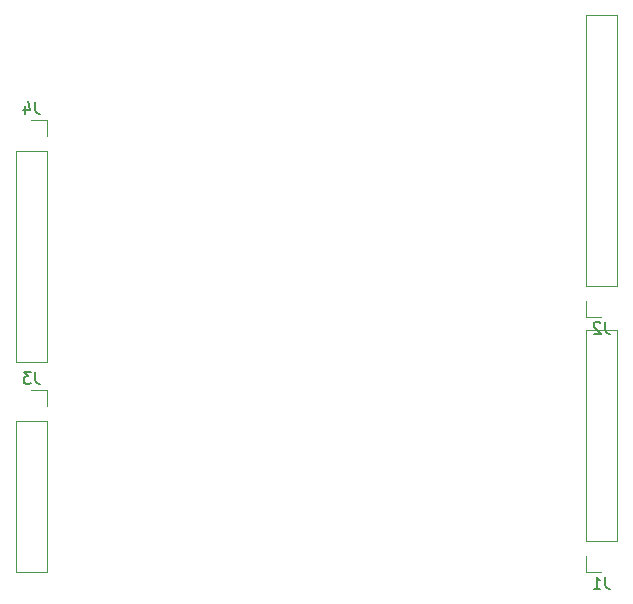
<source format=gbo>
G04 #@! TF.GenerationSoftware,KiCad,Pcbnew,7.0.10*
G04 #@! TF.CreationDate,2024-03-17T21:58:49+02:00*
G04 #@! TF.ProjectId,MasterShield,4d617374-6572-4536-9869-656c642e6b69,rev?*
G04 #@! TF.SameCoordinates,Original*
G04 #@! TF.FileFunction,Legend,Bot*
G04 #@! TF.FilePolarity,Positive*
%FSLAX46Y46*%
G04 Gerber Fmt 4.6, Leading zero omitted, Abs format (unit mm)*
G04 Created by KiCad (PCBNEW 7.0.10) date 2024-03-17 21:58:49*
%MOMM*%
%LPD*%
G01*
G04 APERTURE LIST*
%ADD10C,0.150000*%
%ADD11C,0.120000*%
%ADD12R,2.400000X2.400000*%
%ADD13C,2.400000*%
%ADD14R,1.700000X1.700000*%
%ADD15O,1.700000X1.700000*%
G04 APERTURE END LIST*
D10*
X251793333Y-103384819D02*
X251793333Y-104099104D01*
X251793333Y-104099104D02*
X251840952Y-104241961D01*
X251840952Y-104241961D02*
X251936190Y-104337200D01*
X251936190Y-104337200D02*
X252079047Y-104384819D01*
X252079047Y-104384819D02*
X252174285Y-104384819D01*
X250793333Y-104384819D02*
X251364761Y-104384819D01*
X251079047Y-104384819D02*
X251079047Y-103384819D01*
X251079047Y-103384819D02*
X251174285Y-103527676D01*
X251174285Y-103527676D02*
X251269523Y-103622914D01*
X251269523Y-103622914D02*
X251364761Y-103670533D01*
X251793333Y-81794819D02*
X251793333Y-82509104D01*
X251793333Y-82509104D02*
X251840952Y-82651961D01*
X251840952Y-82651961D02*
X251936190Y-82747200D01*
X251936190Y-82747200D02*
X252079047Y-82794819D01*
X252079047Y-82794819D02*
X252174285Y-82794819D01*
X251364761Y-81890057D02*
X251317142Y-81842438D01*
X251317142Y-81842438D02*
X251221904Y-81794819D01*
X251221904Y-81794819D02*
X250983809Y-81794819D01*
X250983809Y-81794819D02*
X250888571Y-81842438D01*
X250888571Y-81842438D02*
X250840952Y-81890057D01*
X250840952Y-81890057D02*
X250793333Y-81985295D01*
X250793333Y-81985295D02*
X250793333Y-82080533D01*
X250793333Y-82080533D02*
X250840952Y-82223390D01*
X250840952Y-82223390D02*
X251412380Y-82794819D01*
X251412380Y-82794819D02*
X250793333Y-82794819D01*
X203533333Y-86024819D02*
X203533333Y-86739104D01*
X203533333Y-86739104D02*
X203580952Y-86881961D01*
X203580952Y-86881961D02*
X203676190Y-86977200D01*
X203676190Y-86977200D02*
X203819047Y-87024819D01*
X203819047Y-87024819D02*
X203914285Y-87024819D01*
X203152380Y-86024819D02*
X202533333Y-86024819D01*
X202533333Y-86024819D02*
X202866666Y-86405771D01*
X202866666Y-86405771D02*
X202723809Y-86405771D01*
X202723809Y-86405771D02*
X202628571Y-86453390D01*
X202628571Y-86453390D02*
X202580952Y-86501009D01*
X202580952Y-86501009D02*
X202533333Y-86596247D01*
X202533333Y-86596247D02*
X202533333Y-86834342D01*
X202533333Y-86834342D02*
X202580952Y-86929580D01*
X202580952Y-86929580D02*
X202628571Y-86977200D01*
X202628571Y-86977200D02*
X202723809Y-87024819D01*
X202723809Y-87024819D02*
X203009523Y-87024819D01*
X203009523Y-87024819D02*
X203104761Y-86977200D01*
X203104761Y-86977200D02*
X203152380Y-86929580D01*
X203533333Y-63164819D02*
X203533333Y-63879104D01*
X203533333Y-63879104D02*
X203580952Y-64021961D01*
X203580952Y-64021961D02*
X203676190Y-64117200D01*
X203676190Y-64117200D02*
X203819047Y-64164819D01*
X203819047Y-64164819D02*
X203914285Y-64164819D01*
X202628571Y-63498152D02*
X202628571Y-64164819D01*
X202866666Y-63117200D02*
X203104761Y-63831485D01*
X203104761Y-63831485D02*
X202485714Y-63831485D01*
D11*
X250130000Y-82490000D02*
X252790000Y-82490000D01*
X250130000Y-100330000D02*
X250130000Y-82490000D01*
X250130000Y-100330000D02*
X252790000Y-100330000D01*
X250130000Y-101600000D02*
X250130000Y-102930000D01*
X250130000Y-102930000D02*
X251460000Y-102930000D01*
X252790000Y-100330000D02*
X252790000Y-82490000D01*
X250130000Y-55820000D02*
X252790000Y-55820000D01*
X250130000Y-78740000D02*
X250130000Y-55820000D01*
X250130000Y-78740000D02*
X252790000Y-78740000D01*
X250130000Y-80010000D02*
X250130000Y-81340000D01*
X250130000Y-81340000D02*
X251460000Y-81340000D01*
X252790000Y-78740000D02*
X252790000Y-55820000D01*
X204530000Y-102930000D02*
X201870000Y-102930000D01*
X204530000Y-90170000D02*
X204530000Y-102930000D01*
X204530000Y-90170000D02*
X201870000Y-90170000D01*
X204530000Y-88900000D02*
X204530000Y-87570000D01*
X204530000Y-87570000D02*
X203200000Y-87570000D01*
X201870000Y-90170000D02*
X201870000Y-102930000D01*
X204530000Y-85150000D02*
X201870000Y-85150000D01*
X204530000Y-67310000D02*
X204530000Y-85150000D01*
X204530000Y-67310000D02*
X201870000Y-67310000D01*
X204530000Y-66040000D02*
X204530000Y-64710000D01*
X204530000Y-64710000D02*
X203200000Y-64710000D01*
X201870000Y-67310000D02*
X201870000Y-85150000D01*
%LPC*%
D12*
X245308000Y-59182000D03*
D13*
X241808000Y-59182000D03*
X238308000Y-59182000D03*
X234808000Y-59182000D03*
D12*
X219090000Y-59182000D03*
D13*
X215590000Y-59182000D03*
X212090000Y-59182000D03*
X208590000Y-59182000D03*
D12*
X205232000Y-108077000D03*
D13*
X205232000Y-111577000D03*
X205232000Y-115077000D03*
X205232000Y-118577000D03*
D12*
X249478800Y-118577000D03*
D13*
X249478800Y-115077000D03*
X249478800Y-111577000D03*
X249478800Y-108077000D03*
D14*
X251460000Y-101600000D03*
D15*
X251460000Y-99060000D03*
X251460000Y-96520000D03*
X251460000Y-93980000D03*
X251460000Y-91440000D03*
X251460000Y-88900000D03*
X251460000Y-86360000D03*
X251460000Y-83820000D03*
D14*
X251460000Y-80010000D03*
D15*
X251460000Y-77470000D03*
X251460000Y-74930000D03*
X251460000Y-72390000D03*
X251460000Y-69850000D03*
X251460000Y-67310000D03*
X251460000Y-64770000D03*
X251460000Y-62230000D03*
X251460000Y-59690000D03*
X251460000Y-57150000D03*
D14*
X203200000Y-88900000D03*
D15*
X203200000Y-91440000D03*
X203200000Y-93980000D03*
X203200000Y-96520000D03*
X203200000Y-99060000D03*
X203200000Y-101600000D03*
D14*
X203200000Y-66040000D03*
D15*
X203200000Y-68580000D03*
X203200000Y-71120000D03*
X203200000Y-73660000D03*
X203200000Y-76200000D03*
X203200000Y-78740000D03*
X203200000Y-81280000D03*
X203200000Y-83820000D03*
%LPD*%
M02*

</source>
